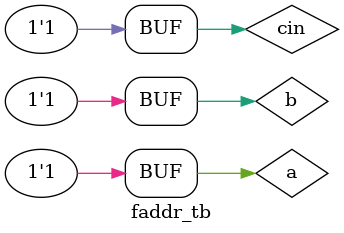
<source format=v>
module faddr(a,b,cin,sum,cout);
	
	input a,b,cin;
	output sum,cout;

	assign	sum=(a^b)^cin;
	assign cout=(a&b)&cin;

endmodule

//testbench

module faddr_tb();
	reg a,b,cin;
	reg sum,cout;

    faddr DUT(.a(a),.b(b),.cin(cin),.sum(sum),.cout(cout));
	initial begin
         a=1'b0;
         b=1'b0;
      	 cin=1'b0; //000

     #10 a=1'b0;
         b=1'b0;
         cin=1'b1; //001

     #10 a=1'b0;
         b=1'b1;
         cin=1'b0; //010

     #10 a=1'b0;
         b=1'b1;
         cin=1'b1; //011

     #10 a=1'b1;
         b=1'b0;
         cin=1'b0; //100

     #10 a=1'b1;
         b=1'b0;
         cin=1'b1; //101

     #10 a=1'b1;
         b=1'b1;
         cin=1'b0; //110

     #10 a=1'b1;
         b=1'b1;
         cin=1'b1; //111


    end
initial
$monitor("A=%b B=%b sum=%b carry=%b",a,b,sum,carry);
endmodule
 
</source>
